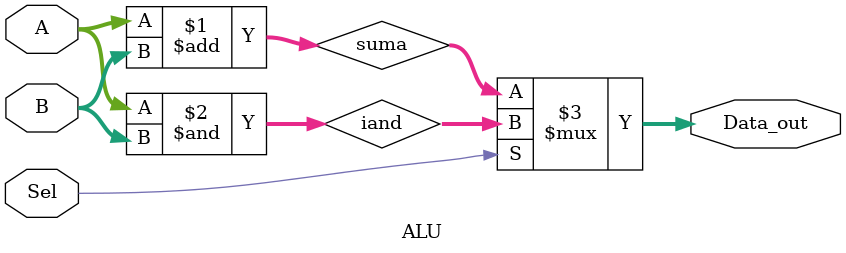
<source format=v>
`timescale 1ns / 1ps


module ALU(
input [31:0] A, B,
input Sel,
output [31:0] Data_out
    );
    
    // No se considera la resta pues se trabaja con complemento a 2
    // Sel = 1, es una suma, Sel + 0 es un and con un inmediato
    wire [31:0] suma, iand;
    
    assign suma = A + B;
    assign iand = A & B;
 
    assign Data_out = Sel ? iand : suma;
    
endmodule

</source>
